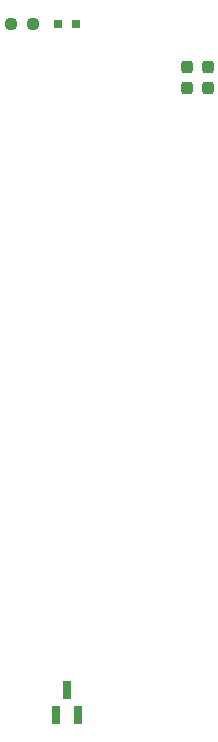
<source format=gbr>
G04 #@! TF.GenerationSoftware,KiCad,Pcbnew,7.0.11+dfsg-1build4*
G04 #@! TF.CreationDate,2024-10-25T09:30:39+09:00*
G04 #@! TF.ProjectId,bionic-scn2650,62696f6e-6963-42d7-9363-6e323635302e,2*
G04 #@! TF.SameCoordinates,Original*
G04 #@! TF.FileFunction,Paste,Top*
G04 #@! TF.FilePolarity,Positive*
%FSLAX46Y46*%
G04 Gerber Fmt 4.6, Leading zero omitted, Abs format (unit mm)*
G04 Created by KiCad (PCBNEW 7.0.11+dfsg-1build4) date 2024-10-25 09:30:39*
%MOMM*%
%LPD*%
G01*
G04 APERTURE LIST*
G04 Aperture macros list*
%AMRoundRect*
0 Rectangle with rounded corners*
0 $1 Rounding radius*
0 $2 $3 $4 $5 $6 $7 $8 $9 X,Y pos of 4 corners*
0 Add a 4 corners polygon primitive as box body*
4,1,4,$2,$3,$4,$5,$6,$7,$8,$9,$2,$3,0*
0 Add four circle primitives for the rounded corners*
1,1,$1+$1,$2,$3*
1,1,$1+$1,$4,$5*
1,1,$1+$1,$6,$7*
1,1,$1+$1,$8,$9*
0 Add four rect primitives between the rounded corners*
20,1,$1+$1,$2,$3,$4,$5,0*
20,1,$1+$1,$4,$5,$6,$7,0*
20,1,$1+$1,$6,$7,$8,$9,0*
20,1,$1+$1,$8,$9,$2,$3,0*%
G04 Aperture macros list end*
%ADD10R,0.762000X0.711200*%
%ADD11RoundRect,0.237500X0.250000X0.237500X-0.250000X0.237500X-0.250000X-0.237500X0.250000X-0.237500X0*%
%ADD12R,0.660400X1.625600*%
%ADD13RoundRect,0.237500X0.237500X-0.300000X0.237500X0.300000X-0.237500X0.300000X-0.237500X-0.300000X0*%
G04 APERTURE END LIST*
D10*
X114195300Y-72032000D03*
X115744700Y-72032000D03*
D11*
X112072500Y-72032000D03*
X110247500Y-72032000D03*
D12*
X114019999Y-130552000D03*
X115920001Y-130552000D03*
X114970000Y-128420000D03*
D13*
X126908000Y-77466500D03*
X126908000Y-75741500D03*
X125130000Y-77466500D03*
X125130000Y-75741500D03*
M02*

</source>
